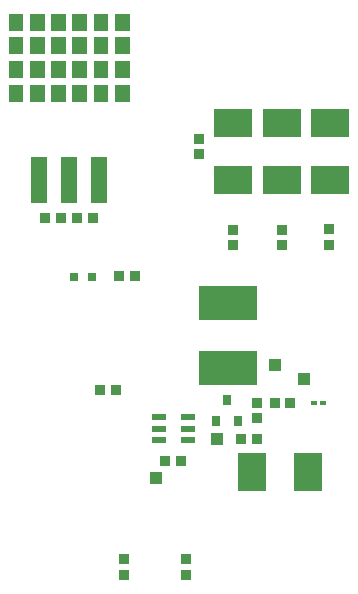
<source format=gtp>
G04*
G04 #@! TF.GenerationSoftware,Altium Limited,Altium Designer,21.6.4 (81)*
G04*
G04 Layer_Color=8421504*
%FSLAX44Y44*%
%MOMM*%
G71*
G04*
G04 #@! TF.SameCoordinates,CE7750B5-B6F3-47FA-9723-5704EF157F2E*
G04*
G04*
G04 #@! TF.FilePolarity,Positive*
G04*
G01*
G75*
%ADD14R,1.0000X1.0000*%
%ADD15R,2.4500X3.3000*%
%ADD16R,1.4500X3.9200*%
%ADD17R,0.8300X0.9400*%
%ADD18R,3.3000X2.4500*%
%ADD19R,0.9400X0.8300*%
%ADD20R,0.5541X0.4627*%
%ADD21R,0.8020X0.9720*%
%ADD22R,5.0000X3.0000*%
%ADD23R,1.2000X0.6000*%
%ADD24R,0.8000X0.8000*%
G36*
X63700Y489550D02*
X51100D01*
Y504050D01*
X63700D01*
Y489550D01*
D02*
G37*
G36*
X45700D02*
X33100D01*
Y504050D01*
X45700D01*
Y489550D01*
D02*
G37*
G36*
X27700D02*
X15100D01*
Y504050D01*
X27700D01*
Y489550D01*
D02*
G37*
G36*
X63700Y469150D02*
X51100D01*
Y483650D01*
X63700D01*
Y469150D01*
D02*
G37*
G36*
X45700D02*
X33100D01*
Y483650D01*
X45700D01*
Y469150D01*
D02*
G37*
G36*
X27700D02*
X15100D01*
Y483650D01*
X27700D01*
Y469150D01*
D02*
G37*
G36*
X63700Y529950D02*
X51100D01*
Y544450D01*
X63700D01*
Y529950D01*
D02*
G37*
G36*
X45700D02*
X33100D01*
Y544450D01*
X45700D01*
Y529950D01*
D02*
G37*
G36*
X27700D02*
X15100D01*
Y544450D01*
X27700D01*
Y529950D01*
D02*
G37*
G36*
X63700Y509950D02*
X51100D01*
Y524450D01*
X63700D01*
Y509950D01*
D02*
G37*
G36*
X45700D02*
X33100D01*
Y524450D01*
X45700D01*
Y509950D01*
D02*
G37*
G36*
X27700D02*
X15100D01*
Y524450D01*
X27700D01*
Y509950D01*
D02*
G37*
G36*
X117700Y489550D02*
X105100D01*
Y504050D01*
X117700D01*
Y489550D01*
D02*
G37*
G36*
X99700D02*
X87100D01*
Y504050D01*
X99700D01*
Y489550D01*
D02*
G37*
G36*
X81700D02*
X69100D01*
Y504050D01*
X81700D01*
Y489550D01*
D02*
G37*
G36*
X117700Y469150D02*
X105100D01*
Y483650D01*
X117700D01*
Y469150D01*
D02*
G37*
G36*
X99700D02*
X87100D01*
Y483650D01*
X99700D01*
Y469150D01*
D02*
G37*
G36*
X81700D02*
X69100D01*
Y483650D01*
X81700D01*
Y469150D01*
D02*
G37*
G36*
X117700Y529950D02*
X105100D01*
Y544450D01*
X117700D01*
Y529950D01*
D02*
G37*
G36*
X99700D02*
X87100D01*
Y544450D01*
X99700D01*
Y529950D01*
D02*
G37*
G36*
X81700D02*
X69100D01*
Y544450D01*
X81700D01*
Y529950D01*
D02*
G37*
G36*
X117700Y509950D02*
X105100D01*
Y524450D01*
X117700D01*
Y509950D01*
D02*
G37*
G36*
X99700D02*
X87100D01*
Y524450D01*
X99700D01*
Y509950D01*
D02*
G37*
G36*
X81700D02*
X69100D01*
Y524450D01*
X81700D01*
Y509950D01*
D02*
G37*
D14*
X265000Y235000D02*
D03*
X140000Y150991D02*
D03*
X191500Y184500D02*
D03*
X240500Y247000D02*
D03*
D15*
X221000Y156055D02*
D03*
X269000D02*
D03*
D16*
X41000Y403750D02*
D03*
X66400D02*
D03*
X91800D02*
D03*
D17*
X211900Y184298D02*
D03*
X225100D02*
D03*
X122100Y321865D02*
D03*
X108900D02*
D03*
X73443Y371250D02*
D03*
X86643D02*
D03*
X59100Y371500D02*
D03*
X45900D02*
D03*
X92650Y226057D02*
D03*
X105850D02*
D03*
X240392Y214500D02*
D03*
X253592D02*
D03*
X147900Y166000D02*
D03*
X161100D02*
D03*
D18*
X287292Y451750D02*
D03*
Y403750D02*
D03*
X246250Y451750D02*
D03*
Y403750D02*
D03*
X205000Y451500D02*
D03*
Y403500D02*
D03*
D19*
X286750Y361850D02*
D03*
Y348650D02*
D03*
X246250Y361600D02*
D03*
Y348400D02*
D03*
X205000Y361600D02*
D03*
Y348400D02*
D03*
X113250Y82350D02*
D03*
Y69150D02*
D03*
X165500Y82350D02*
D03*
Y69150D02*
D03*
X176500Y425150D02*
D03*
Y438350D02*
D03*
X225500Y201900D02*
D03*
Y215100D02*
D03*
D20*
X281036Y214500D02*
D03*
X273949D02*
D03*
D21*
X200245Y217100D02*
D03*
X209745Y199400D02*
D03*
X190745D02*
D03*
D22*
X200500Y299567D02*
D03*
Y244568D02*
D03*
D23*
X167443Y183500D02*
D03*
Y193000D02*
D03*
Y202500D02*
D03*
X142443D02*
D03*
Y193000D02*
D03*
Y183500D02*
D03*
D24*
X86187Y321565D02*
D03*
X70187D02*
D03*
M02*

</source>
